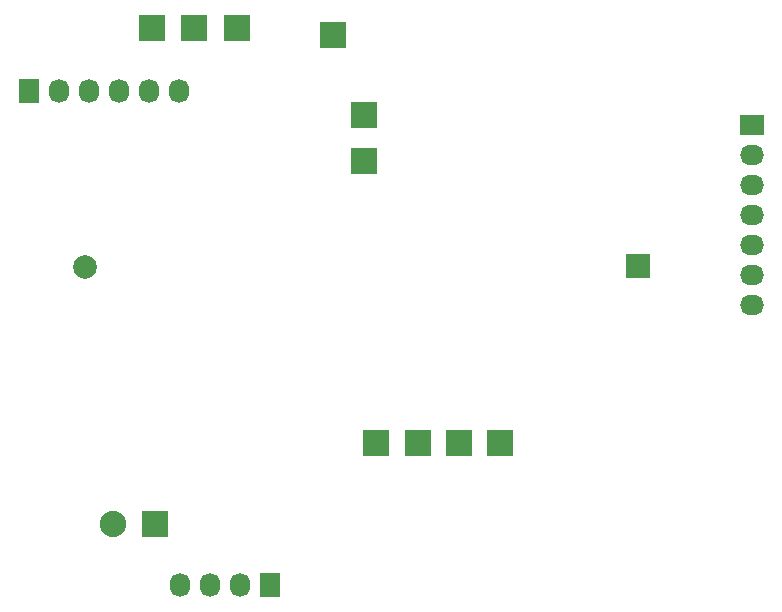
<source format=gbs>
G04 #@! TF.FileFunction,Soldermask,Bot*
%FSLAX46Y46*%
G04 Gerber Fmt 4.6, Leading zero omitted, Abs format (unit mm)*
G04 Created by KiCad (PCBNEW (2015-04-17 BZR 5609)-product) date Sunday, 21 June 2015 08:11:59 pm*
%MOMM*%
G01*
G04 APERTURE LIST*
%ADD10C,0.100000*%
%ADD11C,2.235200*%
%ADD12R,1.727200X2.032000*%
%ADD13O,1.727200X2.032000*%
%ADD14R,2.235200X2.235200*%
%ADD15R,2.000000X2.000000*%
%ADD16C,2.000000*%
%ADD17R,2.032000X1.727200*%
%ADD18O,2.032000X1.727200*%
G04 APERTURE END LIST*
D10*
D11*
X137769600Y-126187200D03*
D12*
X130606800Y-89509600D03*
D13*
X133146800Y-89509600D03*
X135686800Y-89509600D03*
X138226800Y-89509600D03*
X140766800Y-89509600D03*
X143306800Y-89509600D03*
D14*
X160020000Y-119329200D03*
X163525200Y-119329200D03*
X167030400Y-119329200D03*
X170535600Y-119329200D03*
X159000000Y-91600000D03*
X156400000Y-84800000D03*
X148200000Y-84200000D03*
X144600000Y-84200000D03*
X141000000Y-84200000D03*
X159004000Y-95504000D03*
D15*
X182210800Y-104394000D03*
D16*
X135400800Y-104404000D03*
D12*
X151000000Y-131400000D03*
D13*
X148460000Y-131400000D03*
X145920000Y-131400000D03*
X143380000Y-131400000D03*
D14*
X141274800Y-126187200D03*
D17*
X191800000Y-92400000D03*
D18*
X191800000Y-94940000D03*
X191800000Y-97480000D03*
X191800000Y-100020000D03*
X191800000Y-102560000D03*
X191800000Y-105100000D03*
X191800000Y-107640000D03*
M02*

</source>
